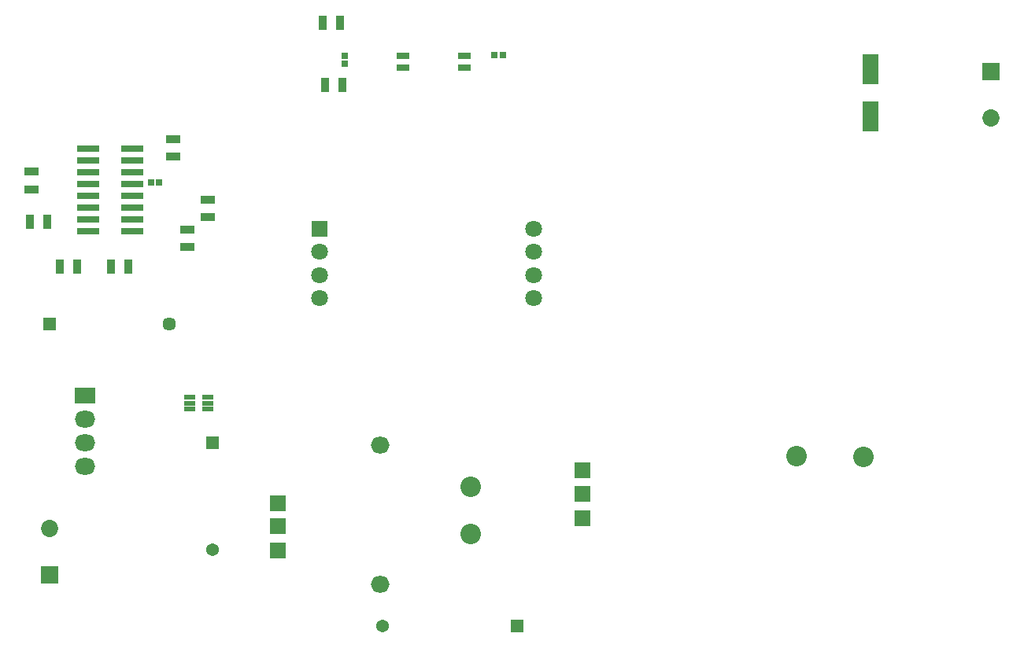
<source format=gts>
G04*
G04 #@! TF.GenerationSoftware,Altium Limited,Altium Designer,18.0.9 (584)*
G04*
G04 Layer_Color=8388736*
%FSLAX44Y44*%
%MOMM*%
G71*
G01*
G75*
%ADD24R,0.8032X0.7632*%
%ADD25R,0.7632X0.8032*%
%ADD26R,1.2232X0.5632*%
%ADD27R,1.3132X0.7732*%
%ADD28R,2.3876X0.7620*%
%ADD29R,0.9032X1.5032*%
%ADD30R,1.5032X0.9032*%
%ADD31R,1.8032X3.2032*%
%ADD32C,1.8532*%
%ADD33R,1.8532X1.8532*%
%ADD34C,2.2032*%
%ADD35R,1.8032X1.8032*%
%ADD36O,2.0032X1.8032*%
%ADD37R,1.3716X1.3716*%
%ADD38C,1.3716*%
%ADD39O,2.2032X1.8032*%
%ADD40R,2.2032X1.8032*%
%ADD41R,1.3716X1.3716*%
%ADD42C,1.8032*%
%ADD43C,1.4478*%
%ADD44R,1.4478X1.4478*%
D24*
X417500Y638150D02*
D03*
Y646850D02*
D03*
D25*
X586850Y647500D02*
D03*
X578150D02*
D03*
X208800Y510000D02*
D03*
X217500D02*
D03*
D26*
X269550Y279000D02*
D03*
Y272500D02*
D03*
Y266000D02*
D03*
X250450D02*
D03*
Y272500D02*
D03*
Y279000D02*
D03*
D27*
X479500Y633650D02*
D03*
Y646350D02*
D03*
X545500D02*
D03*
Y633650D02*
D03*
D28*
X141378Y458050D02*
D03*
Y470750D02*
D03*
Y483450D02*
D03*
Y496150D02*
D03*
Y508850D02*
D03*
Y521550D02*
D03*
Y534250D02*
D03*
Y546950D02*
D03*
X188622D02*
D03*
Y534250D02*
D03*
Y521550D02*
D03*
Y508850D02*
D03*
Y496150D02*
D03*
Y483450D02*
D03*
Y470750D02*
D03*
Y458050D02*
D03*
D29*
X393000Y682500D02*
D03*
X412000D02*
D03*
X395500Y615000D02*
D03*
X414500D02*
D03*
X165500Y420000D02*
D03*
X184500D02*
D03*
X97000Y467500D02*
D03*
X78000D02*
D03*
X110500Y420000D02*
D03*
X129500D02*
D03*
D30*
X247500Y440500D02*
D03*
Y459500D02*
D03*
X80000Y503000D02*
D03*
Y522000D02*
D03*
X232500Y538000D02*
D03*
Y557000D02*
D03*
X270000Y473000D02*
D03*
Y492000D02*
D03*
D31*
X982500Y632500D02*
D03*
Y581500D02*
D03*
D32*
X100000Y137500D02*
D03*
X1112500Y580000D02*
D03*
D33*
X100000Y87500D02*
D03*
X1112500Y630000D02*
D03*
D34*
X975000Y215000D02*
D03*
X903000Y216000D02*
D03*
X552500Y183000D02*
D03*
Y132000D02*
D03*
D35*
X672500Y149000D02*
D03*
Y175000D02*
D03*
Y200000D02*
D03*
X345000Y165000D02*
D03*
Y140000D02*
D03*
Y114000D02*
D03*
X390000Y460500D02*
D03*
D36*
X455000Y227500D02*
D03*
Y77500D02*
D03*
D37*
X602280Y32500D02*
D03*
D38*
X457500D02*
D03*
X275000Y115000D02*
D03*
D39*
X137500Y204400D02*
D03*
Y229800D02*
D03*
Y255200D02*
D03*
D40*
Y280600D02*
D03*
D41*
X275000Y229750D02*
D03*
D42*
X390000Y435500D02*
D03*
Y410500D02*
D03*
Y385500D02*
D03*
X620000Y460500D02*
D03*
Y385500D02*
D03*
Y410500D02*
D03*
Y435500D02*
D03*
D43*
X228524Y357500D02*
D03*
D44*
X100000D02*
D03*
M02*

</source>
